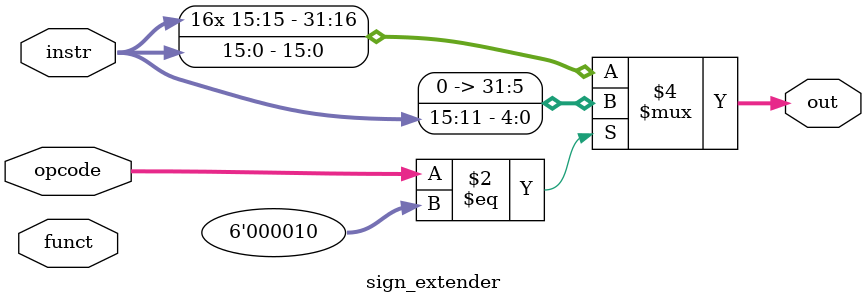
<source format=v>
`timescale 1ns/1ps

module sign_extender(input [5:0] opcode, funct, input [15:0] instr, output reg[31:0] out);

always @(*)
begin

    if(opcode == 6'b000010)
    begin
        out = {{27{1'b0}}, instr[15:11]};
    end

    else
    begin
        out =  {{16{instr[15]}}, instr};
    end
end 

endmodule
</source>
